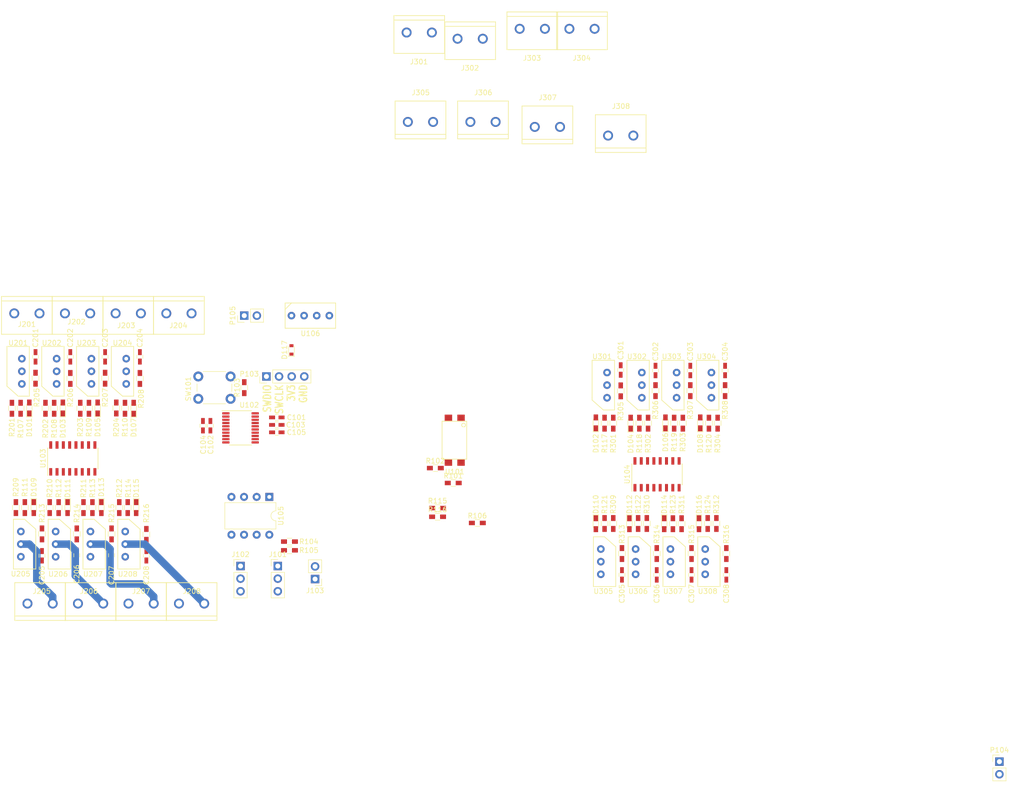
<source format=kicad_pcb>
(kicad_pcb (version 4) (host pcbnew 4.0.7)
  (layers (0 F.Cu signal) (1 In1.Cu power) (2 In2.Cu power) (31 B.Cu mixed) (35 F.Paste user) (37 F.SilkS user) (39 F.Mask user) (44 Edge.Cuts user))
  (net 0 "")
  (net 1 +3V3)
  (net 2 GND)
  (net 3 AC-N)
  (net 4 "Net-(C201-Pad2)")
  (net 5 "Net-(C202-Pad2)")
  (net 6 "Net-(C203-Pad2)")
  (net 7 "Net-(C204-Pad2)")
  (net 8 "Net-(C205-Pad2)")
  (net 9 "Net-(C206-Pad2)")
  (net 10 "Net-(C207-Pad2)")
  (net 11 "Net-(C208-Pad2)")
  (net 12 "Net-(C301-Pad2)")
  (net 13 "Net-(C302-Pad2)")
  (net 14 "Net-(C303-Pad2)")
  (net 15 "Net-(C304-Pad2)")
  (net 16 "Net-(C305-Pad2)")
  (net 17 "Net-(C306-Pad2)")
  (net 18 "Net-(C307-Pad2)")
  (net 19 "Net-(C308-Pad2)")
  (net 20 /I2C_SCL)
  (net 21 /I2C_SDA)
  (net 22 /STM_SWDIO)
  (net 23 /STM_SWCLK)
  (net 24 /Output-BankA/AC_LOAD-A)
  (net 25 AC-H)
  (net 26 /Output-BankA/AC_LOAD-B)
  (net 27 /Output-BankA/AC_LOAD-C)
  (net 28 /Output-BankA/AC_LOAD-D)
  (net 29 /Output-BankB/AC_LOAD-A)
  (net 30 /Output-BankB/AC_LOAD-B)
  (net 31 /Output-BankB/AC_LOAD-C)
  (net 32 /Output-BankB/AC_LOAD-D)
  (net 33 "Net-(R101-Pad1)")
  (net 34 "Net-(R102-Pad1)")
  (net 35 /STM_~RST)
  (net 36 /ZERO_CROSS)
  (net 37 "Net-(R203-Pad1)")
  (net 38 "Net-(R204-Pad1)")
  (net 39 "Net-(R303-Pad1)")
  (net 40 "Net-(R304-Pad1)")
  (net 41 "Net-(U102-Pad2)")
  (net 42 "Net-(U102-Pad3)")
  (net 43 /Shift_SER)
  (net 44 /Shift_SRCLK)
  (net 45 /Shift_~SRCLR)
  (net 46 /Shift_RCLK)
  (net 47 /Shift_~OE)
  (net 48 "Net-(U102-Pad12)")
  (net 49 "Net-(U102-Pad13)")
  (net 50 "Net-(U102-Pad14)")
  (net 51 "Net-(U103-Pad9)")
  (net 52 "Net-(U104-Pad9)")
  (net 53 "Net-(D101-Pad2)")
  (net 54 "Net-(D103-Pad2)")
  (net 55 "Net-(D105-Pad2)")
  (net 56 "Net-(D107-Pad2)")
  (net 57 /+12V_IN)
  (net 58 /CHAN8)
  (net 59 /CHAN9)
  (net 60 /CHAN10)
  (net 61 /CHAN11)
  (net 62 "Net-(D109-Pad2)")
  (net 63 /CHAN12)
  (net 64 "Net-(D111-Pad2)")
  (net 65 /CHAN13)
  (net 66 "Net-(D113-Pad2)")
  (net 67 /CHAN14)
  (net 68 "Net-(D115-Pad2)")
  (net 69 /CHAN15)
  (net 70 /GND_IN)
  (net 71 /3v_ISO)
  (net 72 /Output-BankA/AC_LOAD-E)
  (net 73 /Output-BankA/AC_LOAD-F)
  (net 74 /Output-BankA/AC_LOAD-G)
  (net 75 /Output-BankA/AC_LOAD-H)
  (net 76 /Output-BankB/AC_LOAD-E)
  (net 77 /Output-BankB/AC_LOAD-F)
  (net 78 /Output-BankB/AC_LOAD-G)
  (net 79 /Output-BankB/AC_LOAD-H)
  (net 80 /3v3_ISO)
  (net 81 /CHAN0)
  (net 82 /CHAN1)
  (net 83 /CHAN2)
  (net 84 /CHAN3)
  (net 85 /CHAN4)
  (net 86 /CHAN5)
  (net 87 /CHAN6)
  (net 88 /CHAN7)
  (net 89 /STM_SCL)
  (net 90 /STM_SDA)
  (net 91 "Net-(R211-Pad1)")
  (net 92 "Net-(R212-Pad1)")
  (net 93 "Net-(R311-Pad1)")
  (net 94 "Net-(R312-Pad1)")
  (net 95 "Net-(R201-Pad1)")
  (net 96 "Net-(R202-Pad1)")
  (net 97 "Net-(R209-Pad1)")
  (net 98 "Net-(R210-Pad1)")
  (net 99 "Net-(R301-Pad1)")
  (net 100 "Net-(R302-Pad1)")
  (net 101 "Net-(R309-Pad1)")
  (net 102 "Net-(R310-Pad1)")
  (net 103 "Net-(D102-Pad2)")
  (net 104 "Net-(D104-Pad2)")
  (net 105 "Net-(D106-Pad2)")
  (net 106 "Net-(D108-Pad2)")
  (net 107 "Net-(D110-Pad2)")
  (net 108 "Net-(D112-Pad2)")
  (net 109 "Net-(D114-Pad2)")
  (net 110 "Net-(D116-Pad2)")
  (net 111 /STM_VCC)
  (module Capacitors_SMD:C_0603_HandSoldering (layer F.Cu) (at 114.8 102.5)
    (fp_text reference C101 (at 3.95 0) (layer F.SilkS))
    (fp_text value 100nF)
    (pad 1 smd rect (at -0.95 0) (size 1.2 0.75) (layers F.Cu F.Paste F.Mask) (net 1 +3V3))
    (pad 2 smd rect (at 0.95 0) (size 1.2 0.75) (layers F.Cu F.Paste F.Mask) (net 2 GND))
  )
  (module Capacitors_SMD:C_0603_HandSoldering (layer F.Cu) (at 101.437362 104.16627 270)
    (fp_text reference C102 (at 3.83373 -0.05 270) (layer F.SilkS))
    (fp_text value 10nF)
    (pad 1 smd rect (at -0.95 0 270) (size 1.2 0.75) (layers F.Cu F.Paste F.Mask) (net 1 +3V3))
    (pad 2 smd rect (at 0.95 0 270) (size 1.2 0.75) (layers F.Cu F.Paste F.Mask) (net 2 GND))
  )
  (module Capacitors_SMD:C_0603_HandSoldering (layer F.Cu) (at 114.8 104)
    (fp_text reference C103 (at 3.8 0) (layer F.SilkS))
    (fp_text value 100nF hide)
    (pad 1 smd rect (at -0.95 0) (size 1.2 0.75) (layers F.Cu F.Paste F.Mask) (net 1 +3V3))
    (pad 2 smd rect (at 0.95 0) (size 1.2 0.75) (layers F.Cu F.Paste F.Mask) (net 2 GND))
  )
  (module Capacitors_SMD:C_0603_HandSoldering (layer F.Cu) (at 99.937362 104.16627 270)
    (fp_text reference C104 (at 3.83373 -0.062638 270) (layer F.SilkS))
    (fp_text value 1uF)
    (pad 1 smd rect (at -0.95 0 270) (size 1.2 0.75) (layers F.Cu F.Paste F.Mask) (net 1 +3V3))
    (pad 2 smd rect (at 0.95 0 270) (size 1.2 0.75) (layers F.Cu F.Paste F.Mask) (net 2 GND))
  )
  (module Capacitors_SMD:C_0603_HandSoldering (layer F.Cu) (at 114.8 105.5)
    (fp_text reference C105 (at 3.95 0) (layer F.SilkS))
    (fp_text value 4.7uF)
    (pad 1 smd rect (at -0.95 0) (size 1.2 0.75) (layers F.Cu F.Paste F.Mask) (net 1 +3V3))
    (pad 2 smd rect (at 0.95 0) (size 1.2 0.75) (layers F.Cu F.Paste F.Mask) (net 2 GND))
  )
  (module Capacitors_SMD:C_0603_HandSoldering (layer F.Cu) (at 66.25 90.3 270)
    (fp_text reference C201 (at -3.8 0 270) (layer F.SilkS))
    (fp_text value 22n)
    (pad 1 smd rect (at -0.95 0 270) (size 1.2 0.75) (layers F.Cu F.Paste F.Mask) (net 3 AC-N))
    (pad 2 smd rect (at 0.95 0 270) (size 1.2 0.75) (layers F.Cu F.Paste F.Mask) (net 4 "Net-(C201-Pad2)"))
  )
  (module Capacitors_SMD:C_0603_HandSoldering (layer F.Cu) (at 73.25 90.3 270)
    (fp_text reference C202 (at -3.8 0 270) (layer F.SilkS))
    (fp_text value 22n)
    (pad 1 smd rect (at -0.95 0 270) (size 1.2 0.75) (layers F.Cu F.Paste F.Mask) (net 3 AC-N))
    (pad 2 smd rect (at 0.95 0 270) (size 1.2 0.75) (layers F.Cu F.Paste F.Mask) (net 5 "Net-(C202-Pad2)"))
  )
  (module Capacitors_SMD:C_0603_HandSoldering (layer F.Cu) (at 80.25 90.3 270)
    (fp_text reference C203 (at -3.8 0 270) (layer F.SilkS))
    (fp_text value 22n)
    (pad 1 smd rect (at -0.95 0 270) (size 1.2 0.75) (layers F.Cu F.Paste F.Mask) (net 3 AC-N))
    (pad 2 smd rect (at 0.95 0 270) (size 1.2 0.75) (layers F.Cu F.Paste F.Mask) (net 6 "Net-(C203-Pad2)"))
  )
  (module Capacitors_SMD:C_0603_HandSoldering (layer F.Cu) (at 87.25 90.3 270)
    (fp_text reference C204 (at -3.8 0 270) (layer F.SilkS))
    (fp_text value 22n)
    (pad 1 smd rect (at -0.95 0 270) (size 1.2 0.75) (layers F.Cu F.Paste F.Mask) (net 3 AC-N))
    (pad 2 smd rect (at 0.95 0 270) (size 1.2 0.75) (layers F.Cu F.Paste F.Mask) (net 7 "Net-(C204-Pad2)"))
  )
  (module Capacitors_SMD:C_0603_HandSoldering (layer F.Cu) (at 67.55 130.35 90)
    (fp_text reference C205 (at -3.95 0 90) (layer F.SilkS))
    (fp_text value 22n)
    (pad 1 smd rect (at -0.95 0 90) (size 1.2 0.75) (layers F.Cu F.Paste F.Mask) (net 3 AC-N))
    (pad 2 smd rect (at 0.95 0 90) (size 1.2 0.75) (layers F.Cu F.Paste F.Mask) (net 8 "Net-(C205-Pad2)"))
  )
  (module Capacitors_SMD:C_0603_HandSoldering (layer F.Cu) (at 74.55 130.25 90)
    (fp_text reference C206 (at -3.8 0 90) (layer F.SilkS))
    (fp_text value 22n)
    (pad 1 smd rect (at -0.95 0 90) (size 1.2 0.75) (layers F.Cu F.Paste F.Mask) (net 3 AC-N))
    (pad 2 smd rect (at 0.95 0 90) (size 1.2 0.75) (layers F.Cu F.Paste F.Mask) (net 9 "Net-(C206-Pad2)"))
  )
  (module Capacitors_SMD:C_0603_HandSoldering (layer F.Cu) (at 81.55 130.25 90)
    (fp_text reference C207 (at -4.05 0 90) (layer F.SilkS))
    (fp_text value 22n)
    (pad 1 smd rect (at -0.95 0 90) (size 1.2 0.75) (layers F.Cu F.Paste F.Mask) (net 3 AC-N))
    (pad 2 smd rect (at 0.95 0 90) (size 1.2 0.75) (layers F.Cu F.Paste F.Mask) (net 10 "Net-(C207-Pad2)"))
  )
  (module Capacitors_SMD:C_0603_HandSoldering (layer F.Cu) (at 88.55 130.35 90)
    (fp_text reference C208 (at -3.95 0 90) (layer F.SilkS))
    (fp_text value 22n)
    (pad 1 smd rect (at -0.95 0 90) (size 1.2 0.75) (layers F.Cu F.Paste F.Mask) (net 3 AC-N))
    (pad 2 smd rect (at 0.95 0 90) (size 1.2 0.75) (layers F.Cu F.Paste F.Mask) (net 11 "Net-(C208-Pad2)"))
  )
  (module Capacitors_SMD:C_0603_HandSoldering (layer F.Cu) (at 184 92.95 270)
    (fp_text reference C301 (at -3.95 0 270) (layer F.SilkS))
    (fp_text value 22n)
    (pad 1 smd rect (at -0.95 0 270) (size 1.2 0.75) (layers F.Cu F.Paste F.Mask) (net 3 AC-N))
    (pad 2 smd rect (at 0.95 0 270) (size 1.2 0.75) (layers F.Cu F.Paste F.Mask) (net 12 "Net-(C301-Pad2)"))
  )
  (module Capacitors_SMD:C_0603_HandSoldering (layer F.Cu) (at 191 93.05 270)
    (fp_text reference C302 (at -3.8 0 270) (layer F.SilkS))
    (fp_text value 22n)
    (pad 1 smd rect (at -0.95 0 270) (size 1.2 0.75) (layers F.Cu F.Paste F.Mask) (net 3 AC-N))
    (pad 2 smd rect (at 0.95 0 270) (size 1.2 0.75) (layers F.Cu F.Paste F.Mask) (net 13 "Net-(C302-Pad2)"))
  )
  (module Capacitors_SMD:C_0603_HandSoldering (layer F.Cu) (at 198 93.05 270)
    (fp_text reference C303 (at -3.8 0 270) (layer F.SilkS))
    (fp_text value 22n)
    (pad 1 smd rect (at -0.95 0 270) (size 1.2 0.75) (layers F.Cu F.Paste F.Mask) (net 3 AC-N))
    (pad 2 smd rect (at 0.95 0 270) (size 1.2 0.75) (layers F.Cu F.Paste F.Mask) (net 14 "Net-(C303-Pad2)"))
  )
  (module Capacitors_SMD:C_0603_HandSoldering (layer F.Cu) (at 205 93.05 270)
    (fp_text reference C304 (at -3.8 0 270) (layer F.SilkS))
    (fp_text value 22n)
    (pad 1 smd rect (at -0.95 0 270) (size 1.2 0.75) (layers F.Cu F.Paste F.Mask) (net 3 AC-N))
    (pad 2 smd rect (at 0.95 0 270) (size 1.2 0.75) (layers F.Cu F.Paste F.Mask) (net 15 "Net-(C304-Pad2)"))
  )
  (module Capacitors_SMD:C_0603_HandSoldering (layer F.Cu) (at 184.25 134.2 90)
    (fp_text reference C305 (at -3.8 0 90) (layer F.SilkS))
    (fp_text value 22n)
    (pad 1 smd rect (at -0.95 0 90) (size 1.2 0.75) (layers F.Cu F.Paste F.Mask) (net 3 AC-N))
    (pad 2 smd rect (at 0.95 0 90) (size 1.2 0.75) (layers F.Cu F.Paste F.Mask) (net 16 "Net-(C305-Pad2)"))
  )
  (module Capacitors_SMD:C_0603_HandSoldering (layer F.Cu) (at 191.25 134.2 90)
    (fp_text reference C306 (at -3.8 0 90) (layer F.SilkS))
    (fp_text value 22n)
    (pad 1 smd rect (at -0.95 0 90) (size 1.2 0.75) (layers F.Cu F.Paste F.Mask) (net 3 AC-N))
    (pad 2 smd rect (at 0.95 0 90) (size 1.2 0.75) (layers F.Cu F.Paste F.Mask) (net 17 "Net-(C306-Pad2)"))
  )
  (module Capacitors_SMD:C_0603_HandSoldering (layer F.Cu) (at 198.25 134.2 90)
    (fp_text reference C307 (at -3.8 0 90) (layer F.SilkS))
    (fp_text value 22n)
    (pad 1 smd rect (at -0.95 0 90) (size 1.2 0.75) (layers F.Cu F.Paste F.Mask) (net 3 AC-N))
    (pad 2 smd rect (at 0.95 0 90) (size 1.2 0.75) (layers F.Cu F.Paste F.Mask) (net 18 "Net-(C307-Pad2)"))
  )
  (module Capacitors_SMD:C_0603_HandSoldering (layer F.Cu) (at 205.25 134.2 90)
    (fp_text reference C308 (at -3.8 0 90) (layer F.SilkS))
    (fp_text value 22n)
    (pad 1 smd rect (at -0.95 0 90) (size 1.2 0.75) (layers F.Cu F.Paste F.Mask) (net 3 AC-N))
    (pad 2 smd rect (at 0.95 0 90) (size 1.2 0.75) (layers F.Cu F.Paste F.Mask) (net 19 "Net-(C308-Pad2)"))
  )
  (module LEDs:LED_0603_HandSoldering (layer F.Cu) (at 65 100.6 90)
    (fp_text reference D101 (at -3.9 0 90) (layer F.SilkS))
    (fp_text value LED)
    (pad 1 smd rect (at -1.1 0 90) (size 1.2 0.9) (layers F.Cu F.Paste F.Mask) (net 2 GND))
    (pad 2 smd rect (at 1.1 0 90) (size 1.2 0.9) (layers F.Cu F.Paste F.Mask) (net 53 "Net-(D101-Pad2)"))
  )
  (module LEDs:LED_0603_HandSoldering (layer F.Cu) (at 179 103.6 90)
    (fp_text reference D102 (at -4.15 0 90) (layer F.SilkS))
    (fp_text value LED)
    (pad 1 smd rect (at -1.1 0 90) (size 1.2 0.9) (layers F.Cu F.Paste F.Mask) (net 2 GND))
    (pad 2 smd rect (at 1.1 0 90) (size 1.2 0.9) (layers F.Cu F.Paste F.Mask) (net 103 "Net-(D102-Pad2)"))
  )
  (module LEDs:LED_0603_HandSoldering (layer F.Cu) (at 71.75 100.6 90)
    (fp_text reference D103 (at -4.15 0 90) (layer F.SilkS))
    (fp_text value LED)
    (pad 1 smd rect (at -1.1 0 90) (size 1.2 0.9) (layers F.Cu F.Paste F.Mask) (net 2 GND))
    (pad 2 smd rect (at 1.1 0 90) (size 1.2 0.9) (layers F.Cu F.Paste F.Mask) (net 54 "Net-(D103-Pad2)"))
  )
  (module LEDs:LED_0603_HandSoldering (layer F.Cu) (at 186 103.65 90)
    (fp_text reference D104 (at -4.15 0 90) (layer F.SilkS))
    (fp_text value LED)
    (pad 1 smd rect (at -1.1 0 90) (size 1.2 0.9) (layers F.Cu F.Paste F.Mask) (net 2 GND))
    (pad 2 smd rect (at 1.1 0 90) (size 1.2 0.9) (layers F.Cu F.Paste F.Mask) (net 104 "Net-(D104-Pad2)"))
  )
  (module LEDs:LED_0603_HandSoldering (layer F.Cu) (at 78.75 100.6 90)
    (fp_text reference D105 (at -3.9 0 90) (layer F.SilkS))
    (fp_text value LED)
    (pad 1 smd rect (at -1.1 0 90) (size 1.2 0.9) (layers F.Cu F.Paste F.Mask) (net 2 GND))
    (pad 2 smd rect (at 1.1 0 90) (size 1.2 0.9) (layers F.Cu F.Paste F.Mask) (net 55 "Net-(D105-Pad2)"))
  )
  (module LEDs:LED_0603_HandSoldering (layer F.Cu) (at 193 103.6 90)
    (fp_text reference D106 (at -3.9 0 90) (layer F.SilkS))
    (fp_text value LED)
    (pad 1 smd rect (at -1.1 0 90) (size 1.2 0.9) (layers F.Cu F.Paste F.Mask) (net 2 GND))
    (pad 2 smd rect (at 1.1 0 90) (size 1.2 0.9) (layers F.Cu F.Paste F.Mask) (net 105 "Net-(D106-Pad2)"))
  )
  (module LEDs:LED_0603_HandSoldering (layer F.Cu) (at 86 100.65 90)
    (fp_text reference D107 (at -3.9 0 90) (layer F.SilkS))
    (fp_text value LED)
    (pad 1 smd rect (at -1.1 0 90) (size 1.2 0.9) (layers F.Cu F.Paste F.Mask) (net 2 GND))
    (pad 2 smd rect (at 1.1 0 90) (size 1.2 0.9) (layers F.Cu F.Paste F.Mask) (net 56 "Net-(D107-Pad2)"))
  )
  (module LEDs:LED_0603_HandSoldering (layer F.Cu) (at 200 103.6 90)
    (fp_text reference D108 (at -4.15 0 90) (layer F.SilkS))
    (fp_text value LED)
    (pad 1 smd rect (at -1.1 0 90) (size 1.2 0.9) (layers F.Cu F.Paste F.Mask) (net 2 GND))
    (pad 2 smd rect (at 1.1 0 90) (size 1.2 0.9) (layers F.Cu F.Paste F.Mask) (net 106 "Net-(D108-Pad2)"))
  )
  (module LEDs:LED_0603_HandSoldering (layer F.Cu) (at 65.9 120.65 270)
    (fp_text reference D109 (at -4.1 0 270) (layer F.SilkS))
    (fp_text value LED)
    (pad 1 smd rect (at -1.1 0 270) (size 1.2 0.9) (layers F.Cu F.Paste F.Mask) (net 2 GND))
    (pad 2 smd rect (at 1.1 0 270) (size 1.2 0.9) (layers F.Cu F.Paste F.Mask) (net 62 "Net-(D109-Pad2)"))
  )
  (module LEDs:LED_0603_HandSoldering (layer F.Cu) (at 179 123.9 270)
    (fp_text reference D110 (at -3.9 0 270) (layer F.SilkS))
    (fp_text value LED)
    (pad 1 smd rect (at -1.1 0 270) (size 1.2 0.9) (layers F.Cu F.Paste F.Mask) (net 2 GND))
    (pad 2 smd rect (at 1.1 0 270) (size 1.2 0.9) (layers F.Cu F.Paste F.Mask) (net 107 "Net-(D110-Pad2)"))
  )
  (module LEDs:LED_0603_HandSoldering (layer F.Cu) (at 72.7 120.65 270)
    (fp_text reference D111 (at -3.9 0 270) (layer F.SilkS))
    (fp_text value LED)
    (pad 1 smd rect (at -1.1 0 270) (size 1.2 0.9) (layers F.Cu F.Paste F.Mask) (net 2 GND))
    (pad 2 smd rect (at 1.1 0 270) (size 1.2 0.9) (layers F.Cu F.Paste F.Mask) (net 64 "Net-(D111-Pad2)"))
  )
  (module LEDs:LED_0603_HandSoldering (layer F.Cu) (at 185.75 123.9 270)
    (fp_text reference D112 (at -3.9 0 270) (layer F.SilkS))
    (fp_text value LED)
    (pad 1 smd rect (at -1.1 0 270) (size 1.2 0.9) (layers F.Cu F.Paste F.Mask) (net 2 GND))
    (pad 2 smd rect (at 1.1 0 270) (size 1.2 0.9) (layers F.Cu F.Paste F.Mask) (net 108 "Net-(D112-Pad2)"))
  )
  (module LEDs:LED_0603_HandSoldering (layer F.Cu) (at 79.5 120.65 270)
    (fp_text reference D113 (at -4.1 0 270) (layer F.SilkS))
    (fp_text value LED)
    (pad 1 smd rect (at -1.1 0 270) (size 1.2 0.9) (layers F.Cu F.Paste F.Mask) (net 2 GND))
    (pad 2 smd rect (at 1.1 0 270) (size 1.2 0.9) (layers F.Cu F.Paste F.Mask) (net 66 "Net-(D113-Pad2)"))
  )
  (module LEDs:LED_0603_HandSoldering (layer F.Cu) (at 192.75 123.9 270)
    (fp_text reference D114 (at -3.9 0 270) (layer F.SilkS))
    (fp_text value LED)
    (pad 1 smd rect (at -1.1 0 270) (size 1.2 0.9) (layers F.Cu F.Paste F.Mask) (net 2 GND))
    (pad 2 smd rect (at 1.1 0 270) (size 1.2 0.9) (layers F.Cu F.Paste F.Mask) (net 109 "Net-(D114-Pad2)"))
  )
  (module LEDs:LED_0603_HandSoldering (layer F.Cu) (at 86.5 120.65 270)
    (fp_text reference D115 (at -3.9 0 270) (layer F.SilkS))
    (fp_text value LED)
    (pad 1 smd rect (at -1.1 0 270) (size 1.2 0.9) (layers F.Cu F.Paste F.Mask) (net 2 GND))
    (pad 2 smd rect (at 1.1 0 270) (size 1.2 0.9) (layers F.Cu F.Paste F.Mask) (net 68 "Net-(D115-Pad2)"))
  )
  (module LEDs:LED_0603_HandSoldering (layer F.Cu) (at 199.75 123.9 270)
    (fp_text reference D116 (at -3.9 0 270) (layer F.SilkS))
    (fp_text value LED)
    (pad 1 smd rect (at -1.1 0 270) (size 1.2 0.9) (layers F.Cu F.Paste F.Mask) (net 2 GND))
    (pad 2 smd rect (at 1.1 0 270) (size 1.2 0.9) (layers F.Cu F.Paste F.Mask) (net 110 "Net-(D116-Pad2)"))
  )
  (module Pin_Headers:Pin_Header_Straight_1x03_Pitch2.54mm (layer F.Cu) (at 115 132.42)
    (fp_text reference J101 (at 0 -2.33) (layer F.SilkS))
    (fp_text value Conn_01x03 hide)
    (pad 1 thru_hole rect (at 0 0) (size 1.7 1.7) (drill 1) (layers *.Cu *.Mask) (net 20 /I2C_SCL))
    (pad 2 thru_hole oval (at 0 2.54) (size 1.7 1.7) (drill 1) (layers *.Cu *.Mask) (net 21 /I2C_SDA))
    (pad 3 thru_hole oval (at 0 5.08) (size 1.7 1.7) (drill 1) (layers *.Cu *.Mask) (net 70 /GND_IN))
  )
  (module Pin_Headers:Pin_Header_Straight_1x03_Pitch2.54mm (layer F.Cu) (at 107.5 132.42)
    (fp_text reference J102 (at 0 -2.33) (layer F.SilkS))
    (fp_text value Conn_01x03 hide)
    (pad 1 thru_hole rect (at 0 0) (size 1.7 1.7) (drill 1) (layers *.Cu *.Mask) (net 20 /I2C_SCL))
    (pad 2 thru_hole oval (at 0 2.54) (size 1.7 1.7) (drill 1) (layers *.Cu *.Mask) (net 21 /I2C_SDA))
    (pad 3 thru_hole oval (at 0 5.08) (size 1.7 1.7) (drill 1) (layers *.Cu *.Mask) (net 70 /GND_IN))
  )
  (module Pin_Headers:Pin_Header_Straight_1x02_Pitch2.54mm (layer F.Cu) (at 122.5 135.04 180)
    (fp_text reference J103 (at 0 -2.33 180) (layer F.SilkS))
    (fp_text value Conn_01x02)
    (pad 1 thru_hole rect (at 0 0 180) (size 1.7 1.7) (drill 1) (layers *.Cu *.Mask) (net 70 /GND_IN))
    (pad 2 thru_hole oval (at 0 2.54 180) (size 1.7 1.7) (drill 1) (layers *.Cu *.Mask) (net 71 /3v_ISO))
  )
  (module Connectors_OnShore:OSTTC022162 (layer F.Cu) (at 64.51 81.55)
    (fp_text reference J201 (at -0.01 2.2) (layer F.SilkS))
    (fp_text value Conn_01x02)
    (pad 1 thru_hole circle (at -2.54 0) (size 2 2) (drill 1.3) (layers *.Cu *.Mask) (net 24 /Output-BankA/AC_LOAD-A))
    (pad 2 thru_hole circle (at 2.54 0) (size 2 2) (drill 1.3) (layers *.Cu *.Mask) (net 25 AC-H))
  )
  (module Connectors_OnShore:OSTTC022162 (layer F.Cu) (at 74.71 81.55)
    (fp_text reference J202 (at -0.21 1.7) (layer F.SilkS))
    (fp_text value Conn_01x02)
    (pad 1 thru_hole circle (at -2.54 0) (size 2 2) (drill 1.3) (layers *.Cu *.Mask) (net 26 /Output-BankA/AC_LOAD-B))
    (pad 2 thru_hole circle (at 2.54 0) (size 2 2) (drill 1.3) (layers *.Cu *.Mask) (net 25 AC-H))
  )
  (module Connectors_OnShore:OSTTC022162 (layer F.Cu) (at 84.91 81.55)
    (fp_text reference J203 (at -0.41 2.45) (layer F.SilkS))
    (fp_text value Conn_01x02)
    (pad 1 thru_hole circle (at -2.54 0) (size 2 2) (drill 1.3) (layers *.Cu *.Mask) (net 27 /Output-BankA/AC_LOAD-C))
    (pad 2 thru_hole circle (at 2.54 0) (size 2 2) (drill 1.3) (layers *.Cu *.Mask) (net 25 AC-H))
  )
  (module Connectors_OnShore:OSTTC022162 (layer F.Cu) (at 95.11 81.55)
    (fp_text reference J204 (at -0.11 2.45) (layer F.SilkS))
    (fp_text value Conn_01x02)
    (pad 1 thru_hole circle (at -2.54 0) (size 2 2) (drill 1.3) (layers *.Cu *.Mask) (net 28 /Output-BankA/AC_LOAD-D))
    (pad 2 thru_hole circle (at 2.54 0) (size 2 2) (drill 1.3) (layers *.Cu *.Mask) (net 25 AC-H))
  )
  (module Connectors_OnShore:OSTTC022162 (layer F.Cu) (at 67.17 139.97 180)
    (fp_text reference J205 (at -0.33 2.47 180) (layer F.SilkS))
    (fp_text value Conn_01x02)
    (pad 1 thru_hole circle (at -2.54 0 180) (size 2 2) (drill 1.3) (layers *.Cu *.Mask) (net 72 /Output-BankA/AC_LOAD-E))
    (pad 2 thru_hole circle (at 2.54 0 180) (size 2 2) (drill 1.3) (layers *.Cu *.Mask) (net 25 AC-H))
  )
  (module Connectors_OnShore:OSTTC022162 (layer F.Cu) (at 77.33 139.97 180)
    (fp_text reference J206 (at 0.33 2.47 180) (layer F.SilkS))
    (fp_text value Conn_01x02)
    (pad 1 thru_hole circle (at -2.54 0 180) (size 2 2) (drill 1.3) (layers *.Cu *.Mask) (net 73 /Output-BankA/AC_LOAD-F))
    (pad 2 thru_hole circle (at 2.54 0 180) (size 2 2) (drill 1.3) (layers *.Cu *.Mask) (net 25 AC-H))
  )
  (module Connectors_OnShore:OSTTC022162 (layer F.Cu) (at 87.49 139.97 180)
    (fp_text reference J207 (at -0.01 2.47 180) (layer F.SilkS))
    (fp_text value Conn_01x02)
    (pad 1 thru_hole circle (at -2.54 0 180) (size 2 2) (drill 1.3) (layers *.Cu *.Mask) (net 74 /Output-BankA/AC_LOAD-G))
    (pad 2 thru_hole circle (at 2.54 0 180) (size 2 2) (drill 1.3) (layers *.Cu *.Mask) (net 25 AC-H))
  )
  (module Connectors_OnShore:OSTTC022162 (layer F.Cu) (at 97.65 139.97 180)
    (fp_text reference J208 (at -0.05 2.47 180) (layer F.SilkS))
    (fp_text value Conn_01x02)
    (pad 1 thru_hole circle (at -2.54 0 180) (size 2 2) (drill 1.3) (layers *.Cu *.Mask) (net 75 /Output-BankA/AC_LOAD-H))
    (pad 2 thru_hole circle (at 2.54 0 180) (size 2 2) (drill 1.3) (layers *.Cu *.Mask) (net 25 AC-H))
  )
  (module Connectors_OnShore:OSTTC022162 (layer F.Cu) (at 143.46 25)
    (fp_text reference J301 (at -0.05 5.9) (layer F.SilkS))
    (fp_text value Conn_01x02)
    (pad 1 thru_hole circle (at -2.54 0) (size 2 2) (drill 1.3) (layers *.Cu *.Mask) (net 29 /Output-BankB/AC_LOAD-A))
    (pad 2 thru_hole circle (at 2.54 0) (size 2 2) (drill 1.3) (layers *.Cu *.Mask) (net 25 AC-H))
  )
  (module Connectors_OnShore:OSTTC022162 (layer F.Cu) (at 153.71 26.25)
    (fp_text reference J302 (at -0.05 5.9) (layer F.SilkS))
    (fp_text value Conn_01x02)
    (pad 1 thru_hole circle (at -2.54 0) (size 2 2) (drill 1.3) (layers *.Cu *.Mask) (net 30 /Output-BankB/AC_LOAD-B))
    (pad 2 thru_hole circle (at 2.54 0) (size 2 2) (drill 1.3) (layers *.Cu *.Mask) (net 25 AC-H))
  )
  (module Connectors_OnShore:OSTTC022162 (layer F.Cu) (at 166.21 24.25)
    (fp_text reference J303 (at -0.05 5.9) (layer F.SilkS))
    (fp_text value Conn_01x02)
    (pad 1 thru_hole circle (at -2.54 0) (size 2 2) (drill 1.3) (layers *.Cu *.Mask) (net 31 /Output-BankB/AC_LOAD-C))
    (pad 2 thru_hole circle (at 2.54 0) (size 2 2) (drill 1.3) (layers *.Cu *.Mask) (net 25 AC-H))
  )
  (module Connectors_OnShore:OSTTC022162 (layer F.Cu) (at 176.21 24.25)
    (fp_text reference J304 (at -0.05 5.9) (layer F.SilkS))
    (fp_text value Conn_01x02)
    (pad 1 thru_hole circle (at -2.54 0) (size 2 2) (drill 1.3) (layers *.Cu *.Mask) (net 32 /Output-BankB/AC_LOAD-D))
    (pad 2 thru_hole circle (at 2.54 0) (size 2 2) (drill 1.3) (layers *.Cu *.Mask) (net 25 AC-H))
  )
  (module Connectors_OnShore:OSTTC022162 (layer F.Cu) (at 143.71 43 180)
    (fp_text reference J305 (at -0.05 5.9 180) (layer F.SilkS))
    (fp_text value Conn_01x02)
    (pad 1 thru_hole circle (at -2.54 0 180) (size 2 2) (drill 1.3) (layers *.Cu *.Mask) (net 76 /Output-BankB/AC_LOAD-E))
    (pad 2 thru_hole circle (at 2.54 0 180) (size 2 2) (drill 1.3) (layers *.Cu *.Mask) (net 25 AC-H))
  )
  (module Connectors_OnShore:OSTTC022162 (layer F.Cu) (at 156.29 43 180)
    (fp_text reference J306 (at -0.05 5.9 180) (layer F.SilkS))
    (fp_text value Conn_01x02)
    (pad 1 thru_hole circle (at -2.54 0 180) (size 2 2) (drill 1.3) (layers *.Cu *.Mask) (net 77 /Output-BankB/AC_LOAD-F))
    (pad 2 thru_hole circle (at 2.54 0 180) (size 2 2) (drill 1.3) (layers *.Cu *.Mask) (net 25 AC-H))
  )
  (module Connectors_OnShore:OSTTC022162 (layer F.Cu) (at 169.25 44 180)
    (fp_text reference J307 (at -0.05 5.9 180) (layer F.SilkS))
    (fp_text value Conn_01x02)
    (pad 1 thru_hole circle (at -2.54 0 180) (size 2 2) (drill 1.3) (layers *.Cu *.Mask) (net 78 /Output-BankB/AC_LOAD-G))
    (pad 2 thru_hole circle (at 2.54 0 180) (size 2 2) (drill 1.3) (layers *.Cu *.Mask) (net 25 AC-H))
  )
  (module Connectors_OnShore:OSTTC022162 (layer F.Cu) (at 184 45.75 180)
    (fp_text reference J308 (at -0.05 5.9 180) (layer F.SilkS))
    (fp_text value Conn_01x02)
    (pad 1 thru_hole circle (at -2.54 0 180) (size 2 2) (drill 1.3) (layers *.Cu *.Mask) (net 79 /Output-BankB/AC_LOAD-H))
    (pad 2 thru_hole circle (at 2.54 0 180) (size 2 2) (drill 1.3) (layers *.Cu *.Mask) (net 25 AC-H))
  )
  (module Pin_Headers:Pin_Header_Straight_1x02_Pitch2.54mm (layer F.Cu) (at 260.2 171.8)
    (fp_text reference P104 (at 0 -2.33) (layer F.SilkS))
    (fp_text value CONN_01X02)
    (pad 1 thru_hole rect (at 0 0) (size 1.7 1.7) (drill 1) (layers *.Cu *.Mask) (net 25 AC-H))
    (pad 2 thru_hole oval (at 0 2.54) (size 1.7 1.7) (drill 1) (layers *.Cu *.Mask) (net 3 AC-N))
  )
  (module Pin_Headers:Pin_Header_Straight_1x02_Pitch2.54mm (layer F.Cu) (at 108.25 82 90)
    (fp_text reference P105 (at 0 -2.33 90) (layer F.SilkS))
    (fp_text value CONN_01X02)
    (pad 1 thru_hole rect (at 0 0 90) (size 1.7 1.7) (drill 1) (layers *.Cu *.Mask) (net 57 /+12V_IN))
    (pad 2 thru_hole oval (at 0 2.54 90) (size 1.7 1.7) (drill 1) (layers *.Cu *.Mask) (net 70 /GND_IN))
  )
  (module Resistors_SMD:R_0603_HandSoldering (layer F.Cu) (at 150.3 115.7)
    (fp_text reference R101 (at 0 -1.45) (layer F.SilkS))
    (fp_text value 16K)
    (pad 1 smd rect (at -1.1 0) (size 1.2 0.9) (layers F.Cu F.Paste F.Mask) (net 33 "Net-(R101-Pad1)"))
    (pad 2 smd rect (at 1.1 0) (size 1.2 0.9) (layers F.Cu F.Paste F.Mask) (net 25 AC-H))
  )
  (module Resistors_SMD:R_0603_HandSoldering (layer F.Cu) (at 146.7 112.7)
    (fp_text reference R102 (at 0 -1.45) (layer F.SilkS))
    (fp_text value 16K)
    (pad 1 smd rect (at -1.1 0) (size 1.2 0.9) (layers F.Cu F.Paste F.Mask) (net 34 "Net-(R102-Pad1)"))
    (pad 2 smd rect (at 1.1 0) (size 1.2 0.9) (layers F.Cu F.Paste F.Mask) (net 3 AC-N))
  )
  (module Resistors_SMD:R_0603_HandSoldering (layer F.Cu) (at 108.25 96.5 90)
    (fp_text reference R103 (at 0 -1.45 90) (layer F.SilkS))
    (fp_text value 16K)
    (pad 1 smd rect (at -1.1 0 90) (size 1.2 0.9) (layers F.Cu F.Paste F.Mask) (net 1 +3V3))
    (pad 2 smd rect (at 1.1 0 90) (size 1.2 0.9) (layers F.Cu F.Paste F.Mask) (net 35 /STM_~RST))
  )
  (module Resistors_SMD:R_0603_HandSoldering (layer F.Cu) (at 117.35 127.5 180)
    (fp_text reference R104 (at -3.9 0 180) (layer F.SilkS))
    (fp_text value 2K)
    (pad 1 smd rect (at -1.1 0 180) (size 1.2 0.9) (layers F.Cu F.Paste F.Mask) (net 80 /3v3_ISO))
    (pad 2 smd rect (at 1.1 0 180) (size 1.2 0.9) (layers F.Cu F.Paste F.Mask) (net 20 /I2C_SCL))
  )
  (module Resistors_SMD:R_0603_HandSoldering (layer F.Cu) (at 117.35 129.25 180)
    (fp_text reference R105 (at -3.9 0 180) (layer F.SilkS))
    (fp_text value 2K)
    (pad 1 smd rect (at -1.1 0 180) (size 1.2 0.9) (layers F.Cu F.Paste F.Mask) (net 80 /3v3_ISO))
    (pad 2 smd rect (at 1.1 0 180) (size 1.2 0.9) (layers F.Cu F.Paste F.Mask) (net 21 /I2C_SDA))
  )
  (module Resistors_SMD:R_0603_HandSoldering (layer F.Cu) (at 155.15 123.75)
    (fp_text reference R106 (at 0 -1.45) (layer F.SilkS))
    (fp_text value 2K)
    (pad 1 smd rect (at -1.1 0) (size 1.2 0.9) (layers F.Cu F.Paste F.Mask) (net 1 +3V3))
    (pad 2 smd rect (at 1.1 0) (size 1.2 0.9) (layers F.Cu F.Paste F.Mask) (net 36 /ZERO_CROSS))
  )
  (module Resistors_SMD:R_0603_HandSoldering (layer F.Cu) (at 63.25 100.65 270)
    (fp_text reference R107 (at 4.1 0 270) (layer F.SilkS))
    (fp_text value 160)
    (pad 1 smd rect (at -1.1 0 270) (size 1.2 0.9) (layers F.Cu F.Paste F.Mask) (net 53 "Net-(D101-Pad2)"))
    (pad 2 smd rect (at 1.1 0 270) (size 1.2 0.9) (layers F.Cu F.Paste F.Mask) (net 81 /CHAN0))
  )
  (module Resistors_SMD:R_0603_HandSoldering (layer F.Cu) (at 70 100.65 270)
    (fp_text reference R108 (at 4.1 0 270) (layer F.SilkS))
    (fp_text value 160)
    (pad 1 smd rect (at -1.1 0 270) (size 1.2 0.9) (layers F.Cu F.Paste F.Mask) (net 54 "Net-(D103-Pad2)"))
    (pad 2 smd rect (at 1.1 0 270) (size 1.2 0.9) (layers F.Cu F.Paste F.Mask) (net 82 /CHAN1))
  )
  (module Resistors_SMD:R_0603_HandSoldering (layer F.Cu) (at 77 100.65 270)
    (fp_text reference R109 (at 3.85 0 270) (layer F.SilkS))
    (fp_text value 160)
    (pad 1 smd rect (at -1.1 0 270) (size 1.2 0.9) (layers F.Cu F.Paste F.Mask) (net 55 "Net-(D105-Pad2)"))
    (pad 2 smd rect (at 1.1 0 270) (size 1.2 0.9) (layers F.Cu F.Paste F.Mask) (net 83 /CHAN2))
  )
  (module Resistors_SMD:R_0603_HandSoldering (layer F.Cu) (at 84.25 100.65 270)
    (fp_text reference R110 (at 3.85 0 270) (layer F.SilkS))
    (fp_text value 160)
    (pad 1 smd rect (at -1.1 0 270) (size 1.2 0.9) (layers F.Cu F.Paste F.Mask) (net 56 "Net-(D107-Pad2)"))
    (pad 2 smd rect (at 1.1 0 270) (size 1.2 0.9) (layers F.Cu F.Paste F.Mask) (net 84 /CHAN3))
  )
  (module Resistors_SMD:R_0603_HandSoldering (layer F.Cu) (at 64.1 120.65 90)
    (fp_text reference R111 (at 4.1 0 90) (layer F.SilkS))
    (fp_text value 160)
    (pad 1 smd rect (at -1.1 0 90) (size 1.2 0.9) (layers F.Cu F.Paste F.Mask) (net 62 "Net-(D109-Pad2)"))
    (pad 2 smd rect (at 1.1 0 90) (size 1.2 0.9) (layers F.Cu F.Paste F.Mask) (net 85 /CHAN4))
  )
  (module Resistors_SMD:R_0603_HandSoldering (layer F.Cu) (at 70.9 120.65 90)
    (fp_text reference R112 (at 3.9 0 90) (layer F.SilkS))
    (fp_text value 160)
    (pad 1 smd rect (at -1.1 0 90) (size 1.2 0.9) (layers F.Cu F.Paste F.Mask) (net 64 "Net-(D111-Pad2)"))
    (pad 2 smd rect (at 1.1 0 90) (size 1.2 0.9) (layers F.Cu F.Paste F.Mask) (net 86 /CHAN5))
  )
  (module Resistors_SMD:R_0603_HandSoldering (layer F.Cu) (at 77.7 120.65 90)
    (fp_text reference R113 (at 3.9 0 90) (layer F.SilkS))
    (fp_text value 160)
    (pad 1 smd rect (at -1.1 0 90) (size 1.2 0.9) (layers F.Cu F.Paste F.Mask) (net 66 "Net-(D113-Pad2)"))
    (pad 2 smd rect (at 1.1 0 90) (size 1.2 0.9) (layers F.Cu F.Paste F.Mask) (net 87 /CHAN6))
  )
  (module Resistors_SMD:R_0603_HandSoldering (layer F.Cu) (at 84.8 120.65 90)
    (fp_text reference R114 (at 3.9 0.1 90) (layer F.SilkS))
    (fp_text value 160)
    (pad 1 smd rect (at -1.1 0 90) (size 1.2 0.9) (layers F.Cu F.Paste F.Mask) (net 68 "Net-(D115-Pad2)"))
    (pad 2 smd rect (at 1.1 0 90) (size 1.2 0.9) (layers F.Cu F.Paste F.Mask) (net 88 /CHAN7))
  )
  (module Resistors_SMD:R_0603_HandSoldering (layer F.Cu) (at 147.15 120.75)
    (fp_text reference R115 (at 0 -1.45) (layer F.SilkS))
    (fp_text value 680)
    (pad 1 smd rect (at -1.1 0) (size 1.2 0.9) (layers F.Cu F.Paste F.Mask) (net 89 /STM_SCL))
    (pad 2 smd rect (at 1.1 0) (size 1.2 0.9) (layers F.Cu F.Paste F.Mask) (net 1 +3V3))
  )
  (module Resistors_SMD:R_0603_HandSoldering (layer F.Cu) (at 147.15 122.5)
    (fp_text reference R116 (at 0 -1.45) (layer F.SilkS))
    (fp_text value 680)
    (pad 1 smd rect (at -1.1 0) (size 1.2 0.9) (layers F.Cu F.Paste F.Mask) (net 90 /STM_SDA))
    (pad 2 smd rect (at 1.1 0) (size 1.2 0.9) (layers F.Cu F.Paste F.Mask) (net 1 +3V3))
  )
  (module Resistors_SMD:R_0603_HandSoldering (layer F.Cu) (at 61.5 100.65 270)
    (fp_text reference R201 (at 3.85 0 270) (layer F.SilkS))
    (fp_text value 100)
    (pad 1 smd rect (at -1.1 0 270) (size 1.2 0.9) (layers F.Cu F.Paste F.Mask) (net 95 "Net-(R201-Pad1)"))
    (pad 2 smd rect (at 1.1 0 270) (size 1.2 0.9) (layers F.Cu F.Paste F.Mask) (net 81 /CHAN0))
  )
  (module Resistors_SMD:R_0603_HandSoldering (layer F.Cu) (at 68.25 100.65 270)
    (fp_text reference R202 (at 4.1 0 270) (layer F.SilkS))
    (fp_text value 100)
    (pad 1 smd rect (at -1.1 0 270) (size 1.2 0.9) (layers F.Cu F.Paste F.Mask) (net 96 "Net-(R202-Pad1)"))
    (pad 2 smd rect (at 1.1 0 270) (size 1.2 0.9) (layers F.Cu F.Paste F.Mask) (net 82 /CHAN1))
  )
  (module Resistors_SMD:R_0603_HandSoldering (layer F.Cu) (at 75.25 100.65 270)
    (fp_text reference R203 (at 3.85 0 270) (layer F.SilkS))
    (fp_text value 100)
    (pad 1 smd rect (at -1.1 0 270) (size 1.2 0.9) (layers F.Cu F.Paste F.Mask) (net 37 "Net-(R203-Pad1)"))
    (pad 2 smd rect (at 1.1 0 270) (size 1.2 0.9) (layers F.Cu F.Paste F.Mask) (net 83 /CHAN2))
  )
  (module Resistors_SMD:R_0603_HandSoldering (layer F.Cu) (at 82.5 100.6 270)
    (fp_text reference R204 (at 3.9 0 270) (layer F.SilkS))
    (fp_text value 100)
    (pad 1 smd rect (at -1.1 0 270) (size 1.2 0.9) (layers F.Cu F.Paste F.Mask) (net 38 "Net-(R204-Pad1)"))
    (pad 2 smd rect (at 1.1 0 270) (size 1.2 0.9) (layers F.Cu F.Paste F.Mask) (net 84 /CHAN3))
  )
  (module Resistors_SMD:R_0603_HandSoldering (layer F.Cu) (at 66.25 94.6 90)
    (fp_text reference R205 (at -3.9 0.25 90) (layer F.SilkS))
    (fp_text value 56)
    (pad 1 smd rect (at -1.1 0 90) (size 1.2 0.9) (layers F.Cu F.Paste F.Mask) (net 24 /Output-BankA/AC_LOAD-A))
    (pad 2 smd rect (at 1.1 0 90) (size 1.2 0.9) (layers F.Cu F.Paste F.Mask) (net 4 "Net-(C201-Pad2)"))
  )
  (module Resistors_SMD:R_0603_HandSoldering (layer F.Cu) (at 73.25 94.65 90)
    (fp_text reference R206 (at -3.85 0 90) (layer F.SilkS))
    (fp_text value 56)
    (pad 1 smd rect (at -1.1 0 90) (size 1.2 0.9) (layers F.Cu F.Paste F.Mask) (net 26 /Output-BankA/AC_LOAD-B))
    (pad 2 smd rect (at 1.1 0 90) (size 1.2 0.9) (layers F.Cu F.Paste F.Mask) (net 5 "Net-(C202-Pad2)"))
  )
  (module Resistors_SMD:R_0603_HandSoldering (layer F.Cu) (at 80.25 94.6 90)
    (fp_text reference R207 (at -3.9 0 90) (layer F.SilkS))
    (fp_text value 56)
    (pad 1 smd rect (at -1.1 0 90) (size 1.2 0.9) (layers F.Cu F.Paste F.Mask) (net 27 /Output-BankA/AC_LOAD-C))
    (pad 2 smd rect (at 1.1 0 90) (size 1.2 0.9) (layers F.Cu F.Paste F.Mask) (net 6 "Net-(C203-Pad2)"))
  )
  (module Resistors_SMD:R_0603_HandSoldering (layer F.Cu) (at 87.25 94.65 90)
    (fp_text reference R208 (at -4.1 0.25 90) (layer F.SilkS))
    (fp_text value 56)
    (pad 1 smd rect (at -1.1 0 90) (size 1.2 0.9) (layers F.Cu F.Paste F.Mask) (net 28 /Output-BankA/AC_LOAD-D))
    (pad 2 smd rect (at 1.1 0 90) (size 1.2 0.9) (layers F.Cu F.Paste F.Mask) (net 7 "Net-(C204-Pad2)"))
  )
  (module Resistors_SMD:R_0603_HandSoldering (layer F.Cu) (at 62.3 120.65 90)
    (fp_text reference R209 (at 4.1 0 90) (layer F.SilkS))
    (fp_text value 100)
    (pad 1 smd rect (at -1.1 0 90) (size 1.2 0.9) (layers F.Cu F.Paste F.Mask) (net 97 "Net-(R209-Pad1)"))
    (pad 2 smd rect (at 1.1 0 90) (size 1.2 0.9) (layers F.Cu F.Paste F.Mask) (net 85 /CHAN4))
  )
  (module Resistors_SMD:R_0603_HandSoldering (layer F.Cu) (at 69.1 120.65 90)
    (fp_text reference R210 (at 3.9 0 90) (layer F.SilkS))
    (fp_text value 100)
    (pad 1 smd rect (at -1.1 0 90) (size 1.2 0.9) (layers F.Cu F.Paste F.Mask) (net 98 "Net-(R210-Pad1)"))
    (pad 2 smd rect (at 1.1 0 90) (size 1.2 0.9) (layers F.Cu F.Paste F.Mask) (net 86 /CHAN5))
  )
  (module Resistors_SMD:R_0603_HandSoldering (layer F.Cu) (at 75.9 120.65 90)
    (fp_text reference R211 (at 3.9 0 90) (layer F.SilkS))
    (fp_text value 100)
    (pad 1 smd rect (at -1.1 0 90) (size 1.2 0.9) (layers F.Cu F.Paste F.Mask) (net 91 "Net-(R211-Pad1)"))
    (pad 2 smd rect (at 1.1 0 90) (size 1.2 0.9) (layers F.Cu F.Paste F.Mask) (net 87 /CHAN6))
  )
  (module Resistors_SMD:R_0603_HandSoldering (layer F.Cu) (at 83.1 120.65 90)
    (fp_text reference R212 (at 3.9 0 90) (layer F.SilkS))
    (fp_text value 100)
    (pad 1 smd rect (at -1.1 0 90) (size 1.2 0.9) (layers F.Cu F.Paste F.Mask) (net 92 "Net-(R212-Pad1)"))
    (pad 2 smd rect (at 1.1 0 90) (size 1.2 0.9) (layers F.Cu F.Paste F.Mask) (net 88 /CHAN7))
  )
  (module Resistors_SMD:R_0603_HandSoldering (layer F.Cu) (at 67.55 125.95 270)
    (fp_text reference R213 (at -4.15 0 270) (layer F.SilkS))
    (fp_text value 56)
    (pad 1 smd rect (at -1.1 0 270) (size 1.2 0.9) (layers F.Cu F.Paste F.Mask) (net 72 /Output-BankA/AC_LOAD-E))
    (pad 2 smd rect (at 1.1 0 270) (size 1.2 0.9) (layers F.Cu F.Paste F.Mask) (net 8 "Net-(C205-Pad2)"))
  )
  (module Resistors_SMD:R_0603_HandSoldering (layer F.Cu) (at 74.55 125.95 270)
    (fp_text reference R214 (at -4.15 0 270) (layer F.SilkS))
    (fp_text value 56)
    (pad 1 smd rect (at -1.1 0 270) (size 1.2 0.9) (layers F.Cu F.Paste F.Mask) (net 73 /Output-BankA/AC_LOAD-F))
    (pad 2 smd rect (at 1.1 0 270) (size 1.2 0.9) (layers F.Cu F.Paste F.Mask) (net 9 "Net-(C206-Pad2)"))
  )
  (module Resistors_SMD:R_0603_HandSoldering (layer F.Cu) (at 81.55 125.95 270)
    (fp_text reference R215 (at -4.15 0 270) (layer F.SilkS))
    (fp_text value 56)
    (pad 1 smd rect (at -1.1 0 270) (size 1.2 0.9) (layers F.Cu F.Paste F.Mask) (net 74 /Output-BankA/AC_LOAD-G))
    (pad 2 smd rect (at 1.1 0 270) (size 1.2 0.9) (layers F.Cu F.Paste F.Mask) (net 10 "Net-(C207-Pad2)"))
  )
  (module Resistors_SMD:R_0603_HandSoldering (layer F.Cu) (at 88.55 126.05 270)
    (fp_text reference R216 (at -4.25 0 270) (layer F.SilkS))
    (fp_text value 56)
    (pad 1 smd rect (at -1.1 0 270) (size 1.2 0.9) (layers F.Cu F.Paste F.Mask) (net 75 /Output-BankA/AC_LOAD-H))
    (pad 2 smd rect (at 1.1 0 270) (size 1.2 0.9) (layers F.Cu F.Paste F.Mask) (net 11 "Net-(C208-Pad2)"))
  )
  (module Resistors_SMD:R_0603_HandSoldering (layer F.Cu) (at 182.5 103.65 270)
    (fp_text reference R301 (at 4.1 0 270) (layer F.SilkS))
    (fp_text value 100)
    (pad 1 smd rect (at -1.1 0 270) (size 1.2 0.9) (layers F.Cu F.Paste F.Mask) (net 99 "Net-(R301-Pad1)"))
    (pad 2 smd rect (at 1.1 0 270) (size 1.2 0.9) (layers F.Cu F.Paste F.Mask) (net 58 /CHAN8))
  )
  (module Resistors_SMD:R_0603_HandSoldering (layer F.Cu) (at 189.5 103.65 270)
    (fp_text reference R302 (at 4.1 0 270) (layer F.SilkS))
    (fp_text value 100)
    (pad 1 smd rect (at -1.1 0 270) (size 1.2 0.9) (layers F.Cu F.Paste F.Mask) (net 100 "Net-(R302-Pad1)"))
    (pad 2 smd rect (at 1.1 0 270) (size 1.2 0.9) (layers F.Cu F.Paste F.Mask) (net 59 /CHAN9))
  )
  (module Resistors_SMD:R_0603_HandSoldering (layer F.Cu) (at 196.5 103.65 270)
    (fp_text reference R303 (at 3.85 0 270) (layer F.SilkS))
    (fp_text value 100)
    (pad 1 smd rect (at -1.1 0 270) (size 1.2 0.9) (layers F.Cu F.Paste F.Mask) (net 39 "Net-(R303-Pad1)"))
    (pad 2 smd rect (at 1.1 0 270) (size 1.2 0.9) (layers F.Cu F.Paste F.Mask) (net 60 /CHAN10))
  )
  (module Resistors_SMD:R_0603_HandSoldering (layer F.Cu) (at 203.5 103.65 270)
    (fp_text reference R304 (at 4.1 0 270) (layer F.SilkS))
    (fp_text value 100)
    (pad 1 smd rect (at -1.1 0 270) (size 1.2 0.9) (layers F.Cu F.Paste F.Mask) (net 40 "Net-(R304-Pad1)"))
    (pad 2 smd rect (at 1.1 0 270) (size 1.2 0.9) (layers F.Cu F.Paste F.Mask) (net 61 /CHAN11))
  )
  (module Resistors_SMD:R_0603_HandSoldering (layer F.Cu) (at 184 97.15 90)
    (fp_text reference R305 (at -4.1 0 90) (layer F.SilkS))
    (fp_text value 56)
    (pad 1 smd rect (at -1.1 0 90) (size 1.2 0.9) (layers F.Cu F.Paste F.Mask) (net 29 /Output-BankB/AC_LOAD-A))
    (pad 2 smd rect (at 1.1 0 90) (size 1.2 0.9) (layers F.Cu F.Paste F.Mask) (net 12 "Net-(C301-Pad2)"))
  )
  (module Resistors_SMD:R_0603_HandSoldering (layer F.Cu) (at 191 97.1 90)
    (fp_text reference R306 (at -3.9 0 90) (layer F.SilkS))
    (fp_text value 56)
    (pad 1 smd rect (at -1.1 0 90) (size 1.2 0.9) (layers F.Cu F.Paste F.Mask) (net 30 /Output-BankB/AC_LOAD-B))
    (pad 2 smd rect (at 1.1 0 90) (size 1.2 0.9) (layers F.Cu F.Paste F.Mask) (net 13 "Net-(C302-Pad2)"))
  )
  (module Resistors_SMD:R_0603_HandSoldering (layer F.Cu) (at 198 97.1 90)
    (fp_text reference R307 (at -3.9 0 90) (layer F.SilkS))
    (fp_text value 56)
    (pad 1 smd rect (at -1.1 0 90) (size 1.2 0.9) (layers F.Cu F.Paste F.Mask) (net 31 /Output-BankB/AC_LOAD-C))
    (pad 2 smd rect (at 1.1 0 90) (size 1.2 0.9) (layers F.Cu F.Paste F.Mask) (net 14 "Net-(C303-Pad2)"))
  )
  (module Resistors_SMD:R_0603_HandSoldering (layer F.Cu) (at 205 97.1 90)
    (fp_text reference R308 (at -3.9 0 90) (layer F.SilkS))
    (fp_text value 56)
    (pad 1 smd rect (at -1.1 0 90) (size 1.2 0.9) (layers F.Cu F.Paste F.Mask) (net 32 /Output-BankB/AC_LOAD-D))
    (pad 2 smd rect (at 1.1 0 90) (size 1.2 0.9) (layers F.Cu F.Paste F.Mask) (net 15 "Net-(C304-Pad2)"))
  )
  (module Resistors_SMD:R_0603_HandSoldering (layer F.Cu) (at 182.5 123.85 90)
    (fp_text reference R309 (at 3.85 0 90) (layer F.SilkS))
    (fp_text value 100)
    (pad 1 smd rect (at -1.1 0 90) (size 1.2 0.9) (layers F.Cu F.Paste F.Mask) (net 101 "Net-(R309-Pad1)"))
    (pad 2 smd rect (at 1.1 0 90) (size 1.2 0.9) (layers F.Cu F.Paste F.Mask) (net 63 /CHAN12))
  )
  (module Resistors_SMD:R_0603_HandSoldering (layer F.Cu) (at 189.25 123.85 90)
    (fp_text reference R310 (at 3.85 0 90) (layer F.SilkS))
    (fp_text value 100)
    (pad 1 smd rect (at -1.1 0 90) (size 1.2 0.9) (layers F.Cu F.Paste F.Mask) (net 102 "Net-(R310-Pad1)"))
    (pad 2 smd rect (at 1.1 0 90) (size 1.2 0.9) (layers F.Cu F.Paste F.Mask) (net 65 /CHAN13))
  )
  (module Resistors_SMD:R_0603_HandSoldering (layer F.Cu) (at 196.25 123.9 90)
    (fp_text reference R311 (at 3.9 0 90) (layer F.SilkS))
    (fp_text value 100)
    (pad 1 smd rect (at -1.1 0 90) (size 1.2 0.9) (layers F.Cu F.Paste F.Mask) (net 93 "Net-(R311-Pad1)"))
    (pad 2 smd rect (at 1.1 0 90) (size 1.2 0.9) (layers F.Cu F.Paste F.Mask) (net 67 /CHAN14))
  )
  (module Resistors_SMD:R_0603_HandSoldering (layer F.Cu) (at 203.25 123.85 90)
    (fp_text reference R312 (at 3.85 0 90) (layer F.SilkS))
    (fp_text value 100)
    (pad 1 smd rect (at -1.1 0 90) (size 1.2 0.9) (layers F.Cu F.Paste F.Mask) (net 94 "Net-(R312-Pad1)"))
    (pad 2 smd rect (at 1.1 0 90) (size 1.2 0.9) (layers F.Cu F.Paste F.Mask) (net 69 /CHAN15))
  )
  (module Resistors_SMD:R_0603_HandSoldering (layer F.Cu) (at 184.25 129.9 270)
    (fp_text reference R313 (at -3.9 0 270) (layer F.SilkS))
    (fp_text value 56)
    (pad 1 smd rect (at -1.1 0 270) (size 1.2 0.9) (layers F.Cu F.Paste F.Mask) (net 76 /Output-BankB/AC_LOAD-E))
    (pad 2 smd rect (at 1.1 0 270) (size 1.2 0.9) (layers F.Cu F.Paste F.Mask) (net 16 "Net-(C305-Pad2)"))
  )
  (module Resistors_SMD:R_0603_HandSoldering (layer F.Cu) (at 191.25 129.9 270)
    (fp_text reference R314 (at -3.9 0 270) (layer F.SilkS))
    (fp_text value 56)
    (pad 1 smd rect (at -1.1 0 270) (size 1.2 0.9) (layers F.Cu F.Paste F.Mask) (net 77 /Output-BankB/AC_LOAD-F))
    (pad 2 smd rect (at 1.1 0 270) (size 1.2 0.9) (layers F.Cu F.Paste F.Mask) (net 17 "Net-(C306-Pad2)"))
  )
  (module Resistors_SMD:R_0603_HandSoldering (layer F.Cu) (at 198.25 129.9 270)
    (fp_text reference R315 (at -3.9 0 270) (layer F.SilkS))
    (fp_text value 56)
    (pad 1 smd rect (at -1.1 0 270) (size 1.2 0.9) (layers F.Cu F.Paste F.Mask) (net 78 /Output-BankB/AC_LOAD-G))
    (pad 2 smd rect (at 1.1 0 270) (size 1.2 0.9) (layers F.Cu F.Paste F.Mask) (net 18 "Net-(C307-Pad2)"))
  )
  (module Resistors_SMD:R_0603_HandSoldering (layer F.Cu) (at 205.25 129.9 270)
    (fp_text reference R316 (at -3.9 0 270) (layer F.SilkS))
    (fp_text value 56)
    (pad 1 smd rect (at -1.1 0 270) (size 1.2 0.9) (layers F.Cu F.Paste F.Mask) (net 79 /Output-BankB/AC_LOAD-H))
    (pad 2 smd rect (at 1.1 0 270) (size 1.2 0.9) (layers F.Cu F.Paste F.Mask) (net 19 "Net-(C308-Pad2)"))
  )
  (module Buttons_Switches_THT:SW_PUSH_6mm_h5mm (layer F.Cu) (at 99 94.25)
    (fp_text reference SW101 (at -2 2.5 90) (layer F.SilkS))
    (fp_text value SW_PUSH)
    (pad 2 thru_hole circle (at 0 4.5 90) (size 2 2) (drill 1.1) (layers *.Cu *.Mask) (net 35 /STM_~RST))
    (pad 1 thru_hole circle (at 0 0 90) (size 2 2) (drill 1.1) (layers *.Cu *.Mask) (net 2 GND))
    (pad 2 thru_hole circle (at 6.5 4.5 90) (size 2 2) (drill 1.1) (layers *.Cu *.Mask) (net 35 /STM_~RST))
    (pad 1 thru_hole circle (at 6.5 0 90) (size 2 2) (drill 1.1) (layers *.Cu *.Mask) (net 2 GND))
  )
  (module onsemi:OnSemi_PDIP4 (layer F.Cu) (at 150.6 107.085)
    (fp_text reference U101 (at 0 6.35) (layer F.SilkS))
    (fp_text value FOD814-D)
    (pad 1 smd rect (at 1.27 -4.5) (size 1.5 1.3) (layers F.Cu F.Paste F.Mask) (net 33 "Net-(R101-Pad1)"))
    (pad 2 smd rect (at -1.27 -4.5) (size 1.5 1.3) (layers F.Cu F.Paste F.Mask) (net 34 "Net-(R102-Pad1)"))
    (pad 3 smd rect (at -1.27 4.5) (size 1.5 1.3) (layers F.Cu F.Paste F.Mask) (net 2 GND))
    (pad 4 smd rect (at 1.27 4.5) (size 1.5 1.3) (layers F.Cu F.Paste F.Mask) (net 36 /ZERO_CROSS))
  )
  (module Housings_SSOP:TSSOP-20_4.4x6.5mm_Pitch0.65mm (layer F.Cu) (at 107.5 104.6)
    (fp_text reference U102 (at 1.75 -4.6) (layer F.SilkS))
    (fp_text value STM32F030F4P6)
    (pad 1 smd rect (at -2.95 -2.925) (size 1.45 0.45) (layers F.Cu F.Paste F.Mask) (net 2 GND))
    (pad 2 smd rect (at -2.95 -2.275) (size 1.45 0.45) (layers F.Cu F.Paste F.Mask) (net 41 "Net-(U102-Pad2)"))
    (pad 3 smd rect (at -2.95 -1.625) (size 1.45 0.45) (layers F.Cu F.Paste F.Mask) (net 42 "Net-(U102-Pad3)"))
    (pad 4 smd rect (at -2.95 -0.975) (size 1.45 0.45) (layers F.Cu F.Paste F.Mask) (net 35 /STM_~RST))
    (pad 5 smd rect (at -2.95 -0.325) (size 1.45 0.45) (layers F.Cu F.Paste F.Mask) (net 1 +3V3))
    (pad 6 smd rect (at -2.95 0.325) (size 1.45 0.45) (layers F.Cu F.Paste F.Mask) (net 43 /Shift_SER))
    (pad 7 smd rect (at -2.95 0.975) (size 1.45 0.45) (layers F.Cu F.Paste F.Mask) (net 44 /Shift_SRCLK))
    (pad 8 smd rect (at -2.95 1.625) (size 1.45 0.45) (layers F.Cu F.Paste F.Mask) (net 45 /Shift_~SRCLR))
    (pad 9 smd rect (at -2.95 2.275) (size 1.45 0.45) (layers F.Cu F.Paste F.Mask) (net 46 /Shift_RCLK))
    (pad 10 smd rect (at -2.95 2.925) (size 1.45 0.45) (layers F.Cu F.Paste F.Mask) (net 47 /Shift_~OE))
    (pad 11 smd rect (at 2.95 2.925) (size 1.45 0.45) (layers F.Cu F.Paste F.Mask) (net 36 /ZERO_CROSS))
    (pad 12 smd rect (at 2.95 2.275) (size 1.45 0.45) (layers F.Cu F.Paste F.Mask) (net 48 "Net-(U102-Pad12)"))
    (pad 13 smd rect (at 2.95 1.625) (size 1.45 0.45) (layers F.Cu F.Paste F.Mask) (net 49 "Net-(U102-Pad13)"))
    (pad 14 smd rect (at 2.95 0.975) (size 1.45 0.45) (layers F.Cu F.Paste F.Mask) (net 50 "Net-(U102-Pad14)"))
    (pad 15 smd rect (at 2.95 0.325) (size 1.45 0.45) (layers F.Cu F.Paste F.Mask) (net 2 GND))
    (pad 16 smd rect (at 2.95 -0.325) (size 1.45 0.45) (layers F.Cu F.Paste F.Mask) (net 1 +3V3))
    (pad 17 smd rect (at 2.95 -0.975) (size 1.45 0.45) (layers F.Cu F.Paste F.Mask) (net 89 /STM_SCL))
    (pad 18 smd rect (at 2.95 -1.625) (size 1.45 0.45) (layers F.Cu F.Paste F.Mask) (net 90 /STM_SDA))
    (pad 19 smd rect (at 2.95 -2.275) (size 1.45 0.45) (layers F.Cu F.Paste F.Mask) (net 22 /STM_SWDIO))
    (pad 20 smd rect (at 2.95 -2.925) (size 1.45 0.45) (layers F.Cu F.Paste F.Mask) (net 23 /STM_SWCLK))
  )
  (module Housings_SOIC:SOIC-16_3.9x9.9mm_Pitch1.27mm (layer F.Cu) (at 73.75 110.75 90)
    (fp_text reference U103 (at 0 -6 90) (layer F.SilkS))
    (fp_text value 74HC595)
    (pad 1 smd rect (at -2.7 -4.445 90) (size 1.5 0.6) (layers F.Cu F.Paste F.Mask) (net 82 /CHAN1))
    (pad 2 smd rect (at -2.7 -3.175 90) (size 1.5 0.6) (layers F.Cu F.Paste F.Mask) (net 83 /CHAN2))
    (pad 3 smd rect (at -2.7 -1.905 90) (size 1.5 0.6) (layers F.Cu F.Paste F.Mask) (net 84 /CHAN3))
    (pad 4 smd rect (at -2.7 -0.635 90) (size 1.5 0.6) (layers F.Cu F.Paste F.Mask) (net 85 /CHAN4))
    (pad 5 smd rect (at -2.7 0.635 90) (size 1.5 0.6) (layers F.Cu F.Paste F.Mask) (net 86 /CHAN5))
    (pad 6 smd rect (at -2.7 1.905 90) (size 1.5 0.6) (layers F.Cu F.Paste F.Mask) (net 87 /CHAN6))
    (pad 7 smd rect (at -2.7 3.175 90) (size 1.5 0.6) (layers F.Cu F.Paste F.Mask) (net 88 /CHAN7))
    (pad 8 smd rect (at -2.7 4.445 90) (size 1.5 0.6) (layers F.Cu F.Paste F.Mask) (net 2 GND))
    (pad 9 smd rect (at 2.7 4.445 90) (size 1.5 0.6) (layers F.Cu F.Paste F.Mask) (net 51 "Net-(U103-Pad9)"))
    (pad 10 smd rect (at 2.7 3.175 90) (size 1.5 0.6) (layers F.Cu F.Paste F.Mask) (net 45 /Shift_~SRCLR))
    (pad 11 smd rect (at 2.7 1.905 90) (size 1.5 0.6) (layers F.Cu F.Paste F.Mask) (net 44 /Shift_SRCLK))
    (pad 12 smd rect (at 2.7 0.635 90) (size 1.5 0.6) (layers F.Cu F.Paste F.Mask) (net 46 /Shift_RCLK))
    (pad 13 smd rect (at 2.7 -0.635 90) (size 1.5 0.6) (layers F.Cu F.Paste F.Mask) (net 47 /Shift_~OE))
    (pad 14 smd rect (at 2.7 -1.905 90) (size 1.5 0.6) (layers F.Cu F.Paste F.Mask) (net 43 /Shift_SER))
    (pad 15 smd rect (at 2.7 -3.175 90) (size 1.5 0.6) (layers F.Cu F.Paste F.Mask) (net 81 /CHAN0))
    (pad 16 smd rect (at 2.7 -4.445 90) (size 1.5 0.6) (layers F.Cu F.Paste F.Mask) (net 1 +3V3))
  )
  (module Housings_SOIC:SOIC-16_3.9x9.9mm_Pitch1.27mm (layer F.Cu) (at 191.305 113.95 90)
    (fp_text reference U104 (at 0 -6 90) (layer F.SilkS))
    (fp_text value 74HC595)
    (pad 1 smd rect (at -2.7 -4.445 90) (size 1.5 0.6) (layers F.Cu F.Paste F.Mask) (net 59 /CHAN9))
    (pad 2 smd rect (at -2.7 -3.175 90) (size 1.5 0.6) (layers F.Cu F.Paste F.Mask) (net 60 /CHAN10))
    (pad 3 smd rect (at -2.7 -1.905 90) (size 1.5 0.6) (layers F.Cu F.Paste F.Mask) (net 61 /CHAN11))
    (pad 4 smd rect (at -2.7 -0.635 90) (size 1.5 0.6) (layers F.Cu F.Paste F.Mask) (net 63 /CHAN12))
    (pad 5 smd rect (at -2.7 0.635 90) (size 1.5 0.6) (layers F.Cu F.Paste F.Mask) (net 65 /CHAN13))
    (pad 6 smd rect (at -2.7 1.905 90) (size 1.5 0.6) (layers F.Cu F.Paste F.Mask) (net 67 /CHAN14))
    (pad 7 smd rect (at -2.7 3.175 90) (size 1.5 0.6) (layers F.Cu F.Paste F.Mask) (net 69 /CHAN15))
    (pad 8 smd rect (at -2.7 4.445 90) (size 1.5 0.6) (layers F.Cu F.Paste F.Mask) (net 2 GND))
    (pad 9 smd rect (at 2.7 4.445 90) (size 1.5 0.6) (layers F.Cu F.Paste F.Mask) (net 52 "Net-(U104-Pad9)"))
    (pad 10 smd rect (at 2.7 3.175 90) (size 1.5 0.6) (layers F.Cu F.Paste F.Mask) (net 45 /Shift_~SRCLR))
    (pad 11 smd rect (at 2.7 1.905 90) (size 1.5 0.6) (layers F.Cu F.Paste F.Mask) (net 44 /Shift_SRCLK))
    (pad 12 smd rect (at 2.7 0.635 90) (size 1.5 0.6) (layers F.Cu F.Paste F.Mask) (net 46 /Shift_RCLK))
    (pad 13 smd rect (at 2.7 -0.635 90) (size 1.5 0.6) (layers F.Cu F.Paste F.Mask) (net 47 /Shift_~OE))
    (pad 14 smd rect (at 2.7 -1.905 90) (size 1.5 0.6) (layers F.Cu F.Paste F.Mask) (net 51 "Net-(U103-Pad9)"))
    (pad 15 smd rect (at 2.7 -3.175 90) (size 1.5 0.6) (layers F.Cu F.Paste F.Mask) (net 58 /CHAN8))
    (pad 16 smd rect (at 2.7 -4.445 90) (size 1.5 0.6) (layers F.Cu F.Paste F.Mask) (net 1 +3V3))
  )
  (module Housings_DIP:DIP-8_W7.62mm (layer F.Cu) (at 113.29 118.5 270)
    (fp_text reference U105 (at 3.81 -2.33 270) (layer F.SilkS))
    (fp_text value LTV-827)
    (pad 1 thru_hole rect (at 0 0 270) (size 1.6 1.6) (drill 0.8) (layers *.Cu *.Mask) (net 89 /STM_SCL))
    (pad 5 thru_hole oval (at 7.62 7.62 270) (size 1.6 1.6) (drill 0.8) (layers *.Cu *.Mask) (net 70 /GND_IN))
    (pad 2 thru_hole oval (at 0 2.54 270) (size 1.6 1.6) (drill 0.8) (layers *.Cu *.Mask) (net 2 GND))
    (pad 6 thru_hole oval (at 7.62 5.08 270) (size 1.6 1.6) (drill 0.8) (layers *.Cu *.Mask) (net 21 /I2C_SDA))
    (pad 3 thru_hole oval (at 0 5.08 270) (size 1.6 1.6) (drill 0.8) (layers *.Cu *.Mask) (net 90 /STM_SDA))
    (pad 7 thru_hole oval (at 7.62 2.54 270) (size 1.6 1.6) (drill 0.8) (layers *.Cu *.Mask) (net 70 /GND_IN))
    (pad 4 thru_hole oval (at 0 7.62 270) (size 1.6 1.6) (drill 0.8) (layers *.Cu *.Mask) (net 2 GND))
    (pad 8 thru_hole oval (at 7.62 0 270) (size 1.6 1.6) (drill 0.8) (layers *.Cu *.Mask) (net 20 /I2C_SCL))
  )
  (module SIP-Packages:SIP-4 (layer F.Cu) (at 121.56 82)
    (fp_text reference U106 (at 0 3.6) (layer F.SilkS))
    (fp_text value IE1203S)
    (pad 1 thru_hole circle (at -3.81 0) (size 1.524 1.524) (drill 0.762) (layers *.Cu *.Mask) (net 57 /+12V_IN))
    (pad 2 thru_hole circle (at -1.27 0) (size 1.524 1.524) (drill 0.762) (layers *.Cu *.Mask) (net 70 /GND_IN))
    (pad 3 thru_hole circle (at 1.27 0) (size 1.524 1.524) (drill 0.762) (layers *.Cu *.Mask) (net 2 GND))
    (pad 4 thru_hole circle (at 3.81 0) (size 1.524 1.524) (drill 0.762) (layers *.Cu *.Mask) (net 1 +3V3))
  )
  (module Pin_Headers:Pin_Header_Straight_1x04_Pitch2.54mm (layer F.Cu) (at 112.71 94.25 90)
    (fp_text reference P103 (at 0.5 -3.46 180) (layer F.SilkS))
    (fp_text value CONN_01X04)
    (pad 1 thru_hole rect (at 0 0 90) (size 1.7 1.7) (drill 1) (layers *.Cu *.Mask) (net 22 /STM_SWDIO))
    (pad 2 thru_hole oval (at 0 2.54 90) (size 1.7 1.7) (drill 1) (layers *.Cu *.Mask) (net 23 /STM_SWCLK))
    (pad 3 thru_hole oval (at 0 5.08 90) (size 1.7 1.7) (drill 1) (layers *.Cu *.Mask) (net 111 /STM_VCC))
    (pad 4 thru_hole oval (at 0 7.62 90) (size 1.7 1.7) (drill 1) (layers *.Cu *.Mask) (net 2 GND))
  )
  (module Power-Packages:TO-202-3-Vertical (layer F.Cu) (at 63.5 93.21 270)
    (fp_text reference U201 (at -5.71 0.75 360) (layer F.SilkS))
    (fp_text value TRIAC)
    (pad 1 thru_hole circle (at -2.54 0 270) (size 1.524 1.524) (drill 0.762) (layers *.Cu *.Mask) (net 3 AC-N))
    (pad 2 thru_hole circle (at 0 0 270) (size 1.524 1.524) (drill 0.762) (layers *.Cu *.Mask) (net 24 /Output-BankA/AC_LOAD-A))
    (pad 3 thru_hole circle (at 2.54 0 270) (size 1.524 1.524) (drill 0.762) (layers *.Cu *.Mask) (net 95 "Net-(R201-Pad1)"))
  )
  (module Power-Packages:TO-202-3-Vertical (layer F.Cu) (at 70.5 93.21 270)
    (fp_text reference U202 (at -5.71 1 360) (layer F.SilkS))
    (fp_text value TRIAC)
    (pad 1 thru_hole circle (at -2.54 0 270) (size 1.524 1.524) (drill 0.762) (layers *.Cu *.Mask) (net 3 AC-N))
    (pad 2 thru_hole circle (at 0 0 270) (size 1.524 1.524) (drill 0.762) (layers *.Cu *.Mask) (net 26 /Output-BankA/AC_LOAD-B))
    (pad 3 thru_hole circle (at 2.54 0 270) (size 1.524 1.524) (drill 0.762) (layers *.Cu *.Mask) (net 96 "Net-(R202-Pad1)"))
  )
  (module Power-Packages:TO-202-3-Vertical (layer F.Cu) (at 77.5 93.21 270)
    (fp_text reference U203 (at -5.71 1 360) (layer F.SilkS))
    (fp_text value TRIAC)
    (pad 1 thru_hole circle (at -2.54 0 270) (size 1.524 1.524) (drill 0.762) (layers *.Cu *.Mask) (net 3 AC-N))
    (pad 2 thru_hole circle (at 0 0 270) (size 1.524 1.524) (drill 0.762) (layers *.Cu *.Mask) (net 27 /Output-BankA/AC_LOAD-C))
    (pad 3 thru_hole circle (at 2.54 0 270) (size 1.524 1.524) (drill 0.762) (layers *.Cu *.Mask) (net 37 "Net-(R203-Pad1)"))
  )
  (module Power-Packages:TO-202-3-Vertical (layer F.Cu) (at 84.5 93.21 270)
    (fp_text reference U204 (at -5.71 0.75 360) (layer F.SilkS))
    (fp_text value TRIAC)
    (pad 1 thru_hole circle (at -2.54 0 270) (size 1.524 1.524) (drill 0.762) (layers *.Cu *.Mask) (net 3 AC-N))
    (pad 2 thru_hole circle (at 0 0 270) (size 1.524 1.524) (drill 0.762) (layers *.Cu *.Mask) (net 28 /Output-BankA/AC_LOAD-D))
    (pad 3 thru_hole circle (at 2.54 0 270) (size 1.524 1.524) (drill 0.762) (layers *.Cu *.Mask) (net 38 "Net-(R204-Pad1)"))
  )
  (module Power-Packages:TO-202-3-Vertical (layer F.Cu) (at 63.3 128.01 90)
    (fp_text reference U205 (at -5.99 -0.05 180) (layer F.SilkS))
    (fp_text value TRIAC)
    (pad 1 thru_hole circle (at -2.54 0 90) (size 1.524 1.524) (drill 0.762) (layers *.Cu *.Mask) (net 3 AC-N))
    (pad 2 thru_hole circle (at 0 0 90) (size 1.524 1.524) (drill 0.762) (layers *.Cu *.Mask) (net 72 /Output-BankA/AC_LOAD-E))
    (pad 3 thru_hole circle (at 2.54 0 90) (size 1.524 1.524) (drill 0.762) (layers *.Cu *.Mask) (net 97 "Net-(R209-Pad1)"))
  )
  (module Power-Packages:TO-202-3-Vertical (layer F.Cu) (at 70.3 128.01 90)
    (fp_text reference U206 (at -6.04 0.5 180) (layer F.SilkS))
    (fp_text value TRIAC)
    (pad 1 thru_hole circle (at -2.54 0 90) (size 1.524 1.524) (drill 0.762) (layers *.Cu *.Mask) (net 3 AC-N))
    (pad 2 thru_hole circle (at 0 0 90) (size 1.524 1.524) (drill 0.762) (layers *.Cu *.Mask) (net 73 /Output-BankA/AC_LOAD-F))
    (pad 3 thru_hole circle (at 2.54 0 90) (size 1.524 1.524) (drill 0.762) (layers *.Cu *.Mask) (net 98 "Net-(R210-Pad1)"))
  )
  (module Power-Packages:TO-202-3-Vertical (layer F.Cu) (at 77.3 128.01 90)
    (fp_text reference U207 (at -6.04 0.5 180) (layer F.SilkS))
    (fp_text value TRIAC)
    (pad 1 thru_hole circle (at -2.54 0 90) (size 1.524 1.524) (drill 0.762) (layers *.Cu *.Mask) (net 3 AC-N))
    (pad 2 thru_hole circle (at 0 0 90) (size 1.524 1.524) (drill 0.762) (layers *.Cu *.Mask) (net 74 /Output-BankA/AC_LOAD-G))
    (pad 3 thru_hole circle (at 2.54 0 90) (size 1.524 1.524) (drill 0.762) (layers *.Cu *.Mask) (net 91 "Net-(R211-Pad1)"))
  )
  (module Power-Packages:TO-202-3-Vertical (layer F.Cu) (at 84.3 128.01 90)
    (fp_text reference U208 (at -6.04 0.5 180) (layer F.SilkS))
    (fp_text value TRIAC)
    (pad 1 thru_hole circle (at -2.54 0 90) (size 1.524 1.524) (drill 0.762) (layers *.Cu *.Mask) (net 3 AC-N))
    (pad 2 thru_hole circle (at 0 0 90) (size 1.524 1.524) (drill 0.762) (layers *.Cu *.Mask) (net 75 /Output-BankA/AC_LOAD-H))
    (pad 3 thru_hole circle (at 2.54 0 90) (size 1.524 1.524) (drill 0.762) (layers *.Cu *.Mask) (net 92 "Net-(R212-Pad1)"))
  )
  (module Power-Packages:TO-202-3-Vertical (layer F.Cu) (at 181.25 96 270)
    (fp_text reference U301 (at -5.75 1 360) (layer F.SilkS))
    (fp_text value TRIAC)
    (pad 1 thru_hole circle (at -2.54 0 270) (size 1.524 1.524) (drill 0.762) (layers *.Cu *.Mask) (net 3 AC-N))
    (pad 2 thru_hole circle (at 0 0 270) (size 1.524 1.524) (drill 0.762) (layers *.Cu *.Mask) (net 29 /Output-BankB/AC_LOAD-A))
    (pad 3 thru_hole circle (at 2.54 0 270) (size 1.524 1.524) (drill 0.762) (layers *.Cu *.Mask) (net 99 "Net-(R301-Pad1)"))
  )
  (module Power-Packages:TO-202-3-Vertical (layer F.Cu) (at 188.25 96 270)
    (fp_text reference U302 (at -5.75 1 360) (layer F.SilkS))
    (fp_text value TRIAC)
    (pad 1 thru_hole circle (at -2.54 0 270) (size 1.524 1.524) (drill 0.762) (layers *.Cu *.Mask) (net 3 AC-N))
    (pad 2 thru_hole circle (at 0 0 270) (size 1.524 1.524) (drill 0.762) (layers *.Cu *.Mask) (net 30 /Output-BankB/AC_LOAD-B))
    (pad 3 thru_hole circle (at 2.54 0 270) (size 1.524 1.524) (drill 0.762) (layers *.Cu *.Mask) (net 100 "Net-(R302-Pad1)"))
  )
  (module Power-Packages:TO-202-3-Vertical (layer F.Cu) (at 195.25 96 270)
    (fp_text reference U303 (at -5.75 1 360) (layer F.SilkS))
    (fp_text value TRIAC)
    (pad 1 thru_hole circle (at -2.54 0 270) (size 1.524 1.524) (drill 0.762) (layers *.Cu *.Mask) (net 3 AC-N))
    (pad 2 thru_hole circle (at 0 0 270) (size 1.524 1.524) (drill 0.762) (layers *.Cu *.Mask) (net 31 /Output-BankB/AC_LOAD-C))
    (pad 3 thru_hole circle (at 2.54 0 270) (size 1.524 1.524) (drill 0.762) (layers *.Cu *.Mask) (net 39 "Net-(R303-Pad1)"))
  )
  (module Power-Packages:TO-202-3-Vertical (layer F.Cu) (at 202.25 96 270)
    (fp_text reference U304 (at -5.75 1 360) (layer F.SilkS))
    (fp_text value TRIAC)
    (pad 1 thru_hole circle (at -2.54 0 270) (size 1.524 1.524) (drill 0.762) (layers *.Cu *.Mask) (net 3 AC-N))
    (pad 2 thru_hole circle (at 0 0 270) (size 1.524 1.524) (drill 0.762) (layers *.Cu *.Mask) (net 32 /Output-BankB/AC_LOAD-D))
    (pad 3 thru_hole circle (at 2.54 0 270) (size 1.524 1.524) (drill 0.762) (layers *.Cu *.Mask) (net 40 "Net-(R304-Pad1)"))
  )
  (module Power-Packages:TO-202-3-Vertical (layer F.Cu) (at 180 131.54 90)
    (fp_text reference U305 (at -5.96 0.5 180) (layer F.SilkS))
    (fp_text value TRIAC)
    (pad 1 thru_hole circle (at -2.54 0 90) (size 1.524 1.524) (drill 0.762) (layers *.Cu *.Mask) (net 3 AC-N))
    (pad 2 thru_hole circle (at 0 0 90) (size 1.524 1.524) (drill 0.762) (layers *.Cu *.Mask) (net 76 /Output-BankB/AC_LOAD-E))
    (pad 3 thru_hole circle (at 2.54 0 90) (size 1.524 1.524) (drill 0.762) (layers *.Cu *.Mask) (net 101 "Net-(R309-Pad1)"))
  )
  (module Power-Packages:TO-202-3-Vertical (layer F.Cu) (at 187 131.54 90)
    (fp_text reference U306 (at -5.96 0.5 180) (layer F.SilkS))
    (fp_text value TRIAC)
    (pad 1 thru_hole circle (at -2.54 0 90) (size 1.524 1.524) (drill 0.762) (layers *.Cu *.Mask) (net 3 AC-N))
    (pad 2 thru_hole circle (at 0 0 90) (size 1.524 1.524) (drill 0.762) (layers *.Cu *.Mask) (net 77 /Output-BankB/AC_LOAD-F))
    (pad 3 thru_hole circle (at 2.54 0 90) (size 1.524 1.524) (drill 0.762) (layers *.Cu *.Mask) (net 102 "Net-(R310-Pad1)"))
  )
  (module Power-Packages:TO-202-3-Vertical (layer F.Cu) (at 194 131.54 90)
    (fp_text reference U307 (at -5.96 0.5 180) (layer F.SilkS))
    (fp_text value TRIAC)
    (pad 1 thru_hole circle (at -2.54 0 90) (size 1.524 1.524) (drill 0.762) (layers *.Cu *.Mask) (net 3 AC-N))
    (pad 2 thru_hole circle (at 0 0 90) (size 1.524 1.524) (drill 0.762) (layers *.Cu *.Mask) (net 78 /Output-BankB/AC_LOAD-G))
    (pad 3 thru_hole circle (at 2.54 0 90) (size 1.524 1.524) (drill 0.762) (layers *.Cu *.Mask) (net 93 "Net-(R311-Pad1)"))
  )
  (module Power-Packages:TO-202-3-Vertical (layer F.Cu) (at 201 131.54 90)
    (fp_text reference U308 (at -5.96 0.5 180) (layer F.SilkS))
    (fp_text value TRIAC)
    (pad 1 thru_hole circle (at -2.54 0 90) (size 1.524 1.524) (drill 0.762) (layers *.Cu *.Mask) (net 3 AC-N))
    (pad 2 thru_hole circle (at 0 0 90) (size 1.524 1.524) (drill 0.762) (layers *.Cu *.Mask) (net 79 /Output-BankB/AC_LOAD-H))
    (pad 3 thru_hole circle (at 2.54 0 90) (size 1.524 1.524) (drill 0.762) (layers *.Cu *.Mask) (net 94 "Net-(R312-Pad1)"))
  )
  (module Resistors_SMD:R_0603_HandSoldering (layer F.Cu) (at 180.75 103.65 270)
    (fp_text reference R117 (at 4.1 0 270) (layer F.SilkS))
    (fp_text value 160)
    (pad 1 smd rect (at -1.1 0 270) (size 1.2 0.9) (layers F.Cu F.Paste F.Mask) (net 103 "Net-(D102-Pad2)"))
    (pad 2 smd rect (at 1.1 0 270) (size 1.2 0.9) (layers F.Cu F.Paste F.Mask) (net 58 /CHAN8))
  )
  (module Resistors_SMD:R_0603_HandSoldering (layer F.Cu) (at 187.75 103.65 270)
    (fp_text reference R118 (at 4.1 0 270) (layer F.SilkS))
    (fp_text value 160)
    (pad 1 smd rect (at -1.1 0 270) (size 1.2 0.9) (layers F.Cu F.Paste F.Mask) (net 104 "Net-(D104-Pad2)"))
    (pad 2 smd rect (at 1.1 0 270) (size 1.2 0.9) (layers F.Cu F.Paste F.Mask) (net 59 /CHAN9))
  )
  (module Resistors_SMD:R_0603_HandSoldering (layer F.Cu) (at 194.75 103.65 270)
    (fp_text reference R119 (at 3.85 0 270) (layer F.SilkS))
    (fp_text value 160)
    (pad 1 smd rect (at -1.1 0 270) (size 1.2 0.9) (layers F.Cu F.Paste F.Mask) (net 105 "Net-(D106-Pad2)"))
    (pad 2 smd rect (at 1.1 0 270) (size 1.2 0.9) (layers F.Cu F.Paste F.Mask) (net 60 /CHAN10))
  )
  (module Resistors_SMD:R_0603_HandSoldering (layer F.Cu) (at 201.75 103.65 270)
    (fp_text reference R120 (at 4.1 0 270) (layer F.SilkS))
    (fp_text value 160)
    (pad 1 smd rect (at -1.1 0 270) (size 1.2 0.9) (layers F.Cu F.Paste F.Mask) (net 106 "Net-(D108-Pad2)"))
    (pad 2 smd rect (at 1.1 0 270) (size 1.2 0.9) (layers F.Cu F.Paste F.Mask) (net 61 /CHAN11))
  )
  (module Resistors_SMD:R_0603_HandSoldering (layer F.Cu) (at 180.75 123.85 90)
    (fp_text reference R121 (at 3.85 0 90) (layer F.SilkS))
    (fp_text value 160)
    (pad 1 smd rect (at -1.1 0 90) (size 1.2 0.9) (layers F.Cu F.Paste F.Mask) (net 107 "Net-(D110-Pad2)"))
    (pad 2 smd rect (at 1.1 0 90) (size 1.2 0.9) (layers F.Cu F.Paste F.Mask) (net 63 /CHAN12))
  )
  (module Resistors_SMD:R_0603_HandSoldering (layer F.Cu) (at 187.5 123.85 90)
    (fp_text reference R122 (at 3.85 0 90) (layer F.SilkS))
    (fp_text value 160)
    (pad 1 smd rect (at -1.1 0 90) (size 1.2 0.9) (layers F.Cu F.Paste F.Mask) (net 108 "Net-(D112-Pad2)"))
    (pad 2 smd rect (at 1.1 0 90) (size 1.2 0.9) (layers F.Cu F.Paste F.Mask) (net 65 /CHAN13))
  )
  (module Resistors_SMD:R_0603_HandSoldering (layer F.Cu) (at 194.5 123.9 90)
    (fp_text reference R123 (at 3.9 0 90) (layer F.SilkS))
    (fp_text value 160)
    (pad 1 smd rect (at -1.1 0 90) (size 1.2 0.9) (layers F.Cu F.Paste F.Mask) (net 109 "Net-(D114-Pad2)"))
    (pad 2 smd rect (at 1.1 0 90) (size 1.2 0.9) (layers F.Cu F.Paste F.Mask) (net 67 /CHAN14))
  )
  (module Resistors_SMD:R_0603_HandSoldering (layer F.Cu) (at 201.5 123.85 90)
    (fp_text reference R124 (at 3.85 0 90) (layer F.SilkS))
    (fp_text value 160)
    (pad 1 smd rect (at -1.1 0 90) (size 1.2 0.9) (layers F.Cu F.Paste F.Mask) (net 110 "Net-(D116-Pad2)"))
    (pad 2 smd rect (at 1.1 0 90) (size 1.2 0.9) (layers F.Cu F.Paste F.Mask) (net 69 /CHAN15))
  )
  (module Diodes_SMD:D_0603 (layer F.Cu) (at 117.75 88.9 90)
    (fp_text reference D117 (at 0 -1.4 90) (layer F.SilkS))
    (fp_text value D)
    (pad 1 smd rect (at -0.85 0 90) (size 0.6 0.8) (layers F.Cu F.Paste F.Mask) (net 111 /STM_VCC))
    (pad 2 smd rect (at 0.85 0 90) (size 0.6 0.8) (layers F.Cu F.Paste F.Mask) (net 1 +3V3))
  )
  (gr_text "SWDIO\nSWCLK\n3V3\nGND" (at 116.5 95.75 90) (layer F.SilkS) (effects (font (size 1.5 1.2) (thickness 0.25)) (justify right)))
  (segment (start 69.71 139.97) (end 69.71 138.555787) (width 1.5) (layer B.Cu) (net 72))
  (segment (start 69.71 138.555787) (end 66.5 135.345787) (width 1.5) (layer B.Cu) (net 72))
  (segment (start 66.5 135.345787) (end 66.5 129.5) (width 1.5) (layer B.Cu) (net 72))
  (segment (start 66.5 129.5) (end 65.01 128.01) (width 1.5) (layer B.Cu) (net 72))
  (segment (start 65.01 128.01) (end 63.3 128.01) (width 1.5) (layer B.Cu) (net 72))
  (segment (start 79.87 139.97) (end 74.25 134.35) (width 1.5) (layer B.Cu) (net 73))
  (segment (start 74.25 134.35) (end 74.25 129.25) (width 1.5) (layer B.Cu) (net 73))
  (segment (start 74.25 129.25) (end 73.01 128.01) (width 1.5) (layer B.Cu) (net 73))
  (segment (start 73.01 128.01) (end 70.3 128.01) (width 1.5) (layer B.Cu) (net 73))
  (segment (start 81.25 129) (end 80.26 128.01) (width 1.5) (layer B.Cu) (net 74))
  (segment (start 80.26 128.01) (end 77.3 128.01) (width 1.5) (layer B.Cu) (net 74))
  (segment (start 81.25 135.75) (end 81.25 129) (width 1.5) (layer B.Cu) (net 74))
  (segment (start 81.525787 136.025787) (end 81.25 135.75) (width 1.5) (layer B.Cu) (net 74))
  (segment (start 87.5 136.025787) (end 81.525787 136.025787) (width 1.5) (layer B.Cu) (net 74))
  (segment (start 90.03 139.97) (end 90.03 138.555787) (width 1.5) (layer B.Cu) (net 74))
  (segment (start 90.03 138.555787) (end 87.5 136.025787) (width 1.5) (layer B.Cu) (net 74))
  (segment (start 100.19 139.97) (end 88.23 128.01) (width 1.5) (layer B.Cu) (net 75))
  (segment (start 88.23 128.01) (end 84.3 128.01) (width 1.5) (layer B.Cu) (net 75))
)
</source>
